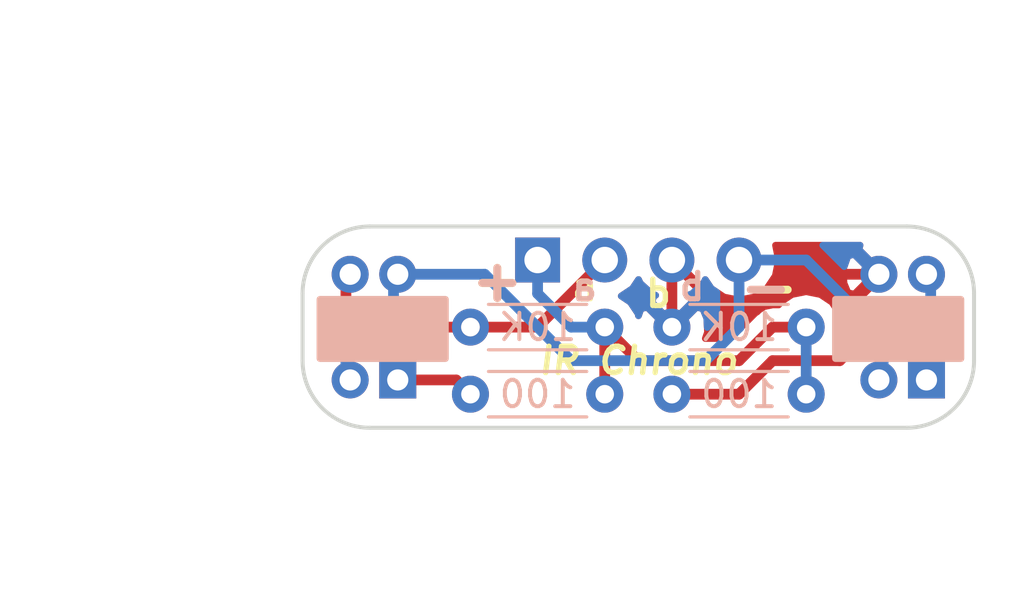
<source format=kicad_pcb>
(kicad_pcb (version 4) (host pcbnew 4.0.7)

  (general
    (links 14)
    (no_connects 0)
    (area 130.274287 94.8 168.275001 116.840001)
    (thickness 1.6)
    (drawings 20)
    (tracks 43)
    (zones 0)
    (modules 7)
    (nets 7)
  )

  (page A4)
  (layers
    (0 F.Cu signal)
    (31 B.Cu signal)
    (32 B.Adhes user)
    (33 F.Adhes user)
    (34 B.Paste user)
    (35 F.Paste user)
    (36 B.SilkS user)
    (37 F.SilkS user)
    (38 B.Mask user)
    (39 F.Mask user)
    (40 Dwgs.User user)
    (41 Cmts.User user)
    (42 Eco1.User user)
    (43 Eco2.User user)
    (44 Edge.Cuts user)
    (45 Margin user)
    (46 B.CrtYd user)
    (47 F.CrtYd user)
    (48 B.Fab user)
    (49 F.Fab user)
  )

  (setup
    (last_trace_width 0.25)
    (user_trace_width 0.4064)
    (trace_clearance 0.2)
    (zone_clearance 0.508)
    (zone_45_only no)
    (trace_min 0.2)
    (segment_width 0.2)
    (edge_width 0.15)
    (via_size 0.6)
    (via_drill 0.4)
    (via_min_size 0.4)
    (via_min_drill 0.3)
    (uvia_size 0.3)
    (uvia_drill 0.1)
    (uvias_allowed no)
    (uvia_min_size 0.2)
    (uvia_min_drill 0.1)
    (pcb_text_width 0.3)
    (pcb_text_size 1.5 1.5)
    (mod_edge_width 0.15)
    (mod_text_size 1 1)
    (mod_text_width 0.15)
    (pad_size 1.524 1.524)
    (pad_drill 0.762)
    (pad_to_mask_clearance 0)
    (aux_axis_origin 0 0)
    (visible_elements 7FFFFFFF)
    (pcbplotparams
      (layerselection 0x010f0_80000001)
      (usegerberextensions true)
      (excludeedgelayer true)
      (linewidth 0.100000)
      (plotframeref false)
      (viasonmask false)
      (mode 1)
      (useauxorigin false)
      (hpglpennumber 1)
      (hpglpenspeed 20)
      (hpglpendiameter 15)
      (hpglpenoverlay 2)
      (psnegative false)
      (psa4output false)
      (plotreference true)
      (plotvalue true)
      (plotinvisibletext false)
      (padsonsilk false)
      (subtractmaskfromsilk false)
      (outputformat 1)
      (mirror false)
      (drillshape 0)
      (scaleselection 1)
      (outputdirectory gerber/))
  )

  (net 0 "")
  (net 1 "Net-(J1-Pad1)")
  (net 2 "Net-(J1-Pad2)")
  (net 3 "Net-(J1-Pad3)")
  (net 4 "Net-(R2-Pad1)")
  (net 5 "Net-(R4-Pad1)")
  (net 6 "Net-(J1-Pad4)")

  (net_class Default "This is the default net class."
    (clearance 0.2)
    (trace_width 0.25)
    (via_dia 0.6)
    (via_drill 0.4)
    (uvia_dia 0.3)
    (uvia_drill 0.1)
    (add_net "Net-(J1-Pad1)")
    (add_net "Net-(J1-Pad2)")
    (add_net "Net-(J1-Pad3)")
    (add_net "Net-(J1-Pad4)")
    (add_net "Net-(R2-Pad1)")
    (add_net "Net-(R4-Pad1)")
  )

  (module Pin_Headers:Pin_Header_Straight_1x04_Pitch2.54mm (layer F.Cu) (tedit 5CAD188B) (tstamp 5CAD1536)
    (at 149.86 104.14 90)
    (descr "Through hole straight pin header, 1x04, 2.54mm pitch, single row")
    (tags "Through hole pin header THT 1x04 2.54mm single row")
    (path /5CAD16A2)
    (fp_text reference J1 (at 0 -2.33 90) (layer F.SilkS) hide
      (effects (font (size 1 1) (thickness 0.15)))
    )
    (fp_text value CONN_01X04 (at 0 9.95 90) (layer F.Fab)
      (effects (font (size 1 1) (thickness 0.15)))
    )
    (fp_line (start -1.8 -1.8) (end -1.8 9.4) (layer F.CrtYd) (width 0.05))
    (fp_line (start -1.8 9.4) (end 1.8 9.4) (layer F.CrtYd) (width 0.05))
    (fp_line (start 1.8 9.4) (end 1.8 -1.8) (layer F.CrtYd) (width 0.05))
    (fp_line (start 1.8 -1.8) (end -1.8 -1.8) (layer F.CrtYd) (width 0.05))
    (fp_text user %R (at 0 3.81 180) (layer F.Fab)
      (effects (font (size 1 1) (thickness 0.15)))
    )
    (pad 1 thru_hole rect (at 0 0 90) (size 1.7 1.7) (drill 1) (layers *.Cu *.Mask)
      (net 1 "Net-(J1-Pad1)"))
    (pad 2 thru_hole oval (at 0 2.54 90) (size 1.7 1.7) (drill 1) (layers *.Cu *.Mask)
      (net 2 "Net-(J1-Pad2)"))
    (pad 3 thru_hole oval (at 0 5.08 90) (size 1.7 1.7) (drill 1) (layers *.Cu *.Mask)
      (net 3 "Net-(J1-Pad3)"))
    (pad 4 thru_hole oval (at 0 7.62 90) (size 1.7 1.7) (drill 1) (layers *.Cu *.Mask)
      (net 6 "Net-(J1-Pad4)"))
    (model ${KISYS3DMOD}/Pin_Headers.3dshapes/Pin_Header_Straight_1x04_Pitch2.54mm.wrl
      (at (xyz 0 0 0))
      (scale (xyz 1 1 1))
      (rotate (xyz 0 0 0))
    )
  )

  (module Resistors_THT:R_Axial_DIN0204_L3.6mm_D1.6mm_P5.08mm_Horizontal (layer B.Cu) (tedit 5CAD166C) (tstamp 5CAD1719)
    (at 154.94 109.22)
    (descr "Resistor, Axial_DIN0204 series, Axial, Horizontal, pin pitch=5.08mm, 0.16666666666666666W = 1/6W, length*diameter=3.6*1.6mm^2, http://cdn-reichelt.de/documents/datenblatt/B400/1_4W%23YAG.pdf")
    (tags "Resistor Axial_DIN0204 series Axial Horizontal pin pitch 5.08mm 0.16666666666666666W = 1/6W length 3.6mm diameter 1.6mm")
    (path /5CAD1538)
    (fp_text reference R4 (at 2.794 -1.778) (layer B.Fab)
      (effects (font (size 1 1) (thickness 0.15)) (justify mirror))
    )
    (fp_text value 100 (at 2.54 0) (layer B.SilkS)
      (effects (font (size 1 1) (thickness 0.15)) (justify mirror))
    )
    (fp_line (start 0.74 0.8) (end 0.74 -0.8) (layer B.Fab) (width 0.1))
    (fp_line (start 0.74 -0.8) (end 4.34 -0.8) (layer B.Fab) (width 0.1))
    (fp_line (start 4.34 -0.8) (end 4.34 0.8) (layer B.Fab) (width 0.1))
    (fp_line (start 4.34 0.8) (end 0.74 0.8) (layer B.Fab) (width 0.1))
    (fp_line (start 0 0) (end 0.74 0) (layer B.Fab) (width 0.1))
    (fp_line (start 5.08 0) (end 4.34 0) (layer B.Fab) (width 0.1))
    (fp_line (start 0.68 0.86) (end 4.4 0.86) (layer B.SilkS) (width 0.12))
    (fp_line (start 0.68 -0.86) (end 4.4 -0.86) (layer B.SilkS) (width 0.12))
    (fp_line (start -0.95 1.15) (end -0.95 -1.15) (layer B.CrtYd) (width 0.05))
    (fp_line (start -0.95 -1.15) (end 6.05 -1.15) (layer B.CrtYd) (width 0.05))
    (fp_line (start 6.05 -1.15) (end 6.05 1.15) (layer B.CrtYd) (width 0.05))
    (fp_line (start 6.05 1.15) (end -0.95 1.15) (layer B.CrtYd) (width 0.05))
    (pad 1 thru_hole circle (at 0 0) (size 1.4 1.4) (drill 0.7) (layers *.Cu *.Mask)
      (net 5 "Net-(R4-Pad1)"))
    (pad 2 thru_hole oval (at 5.08 0) (size 1.4 1.4) (drill 0.7) (layers *.Cu *.Mask)
      (net 1 "Net-(J1-Pad1)"))
    (model ${KISYS3DMOD}/Resistors_THT.3dshapes/R_Axial_DIN0204_L3.6mm_D1.6mm_P5.08mm_Horizontal.wrl
      (at (xyz 0 0 0))
      (scale (xyz 0.393701 0.393701 0.393701))
      (rotate (xyz 0 0 0))
    )
  )

  (module Resistors_THT:R_Axial_DIN0204_L3.6mm_D1.6mm_P5.08mm_Horizontal (layer B.Cu) (tedit 5CAD1669) (tstamp 5CAD16F5)
    (at 154.94 106.68)
    (descr "Resistor, Axial_DIN0204 series, Axial, Horizontal, pin pitch=5.08mm, 0.16666666666666666W = 1/6W, length*diameter=3.6*1.6mm^2, http://cdn-reichelt.de/documents/datenblatt/B400/1_4W%23YAG.pdf")
    (tags "Resistor Axial_DIN0204 series Axial Horizontal pin pitch 5.08mm 0.16666666666666666W = 1/6W length 3.6mm diameter 1.6mm")
    (path /5CAD14F2)
    (fp_text reference R3 (at 2.54 -1.524) (layer B.Fab)
      (effects (font (size 1 1) (thickness 0.15)) (justify mirror))
    )
    (fp_text value 10K (at 2.54 0) (layer B.SilkS)
      (effects (font (size 1 1) (thickness 0.15)) (justify mirror))
    )
    (fp_line (start 0.74 0.8) (end 0.74 -0.8) (layer B.Fab) (width 0.1))
    (fp_line (start 0.74 -0.8) (end 4.34 -0.8) (layer B.Fab) (width 0.1))
    (fp_line (start 4.34 -0.8) (end 4.34 0.8) (layer B.Fab) (width 0.1))
    (fp_line (start 4.34 0.8) (end 0.74 0.8) (layer B.Fab) (width 0.1))
    (fp_line (start 0 0) (end 0.74 0) (layer B.Fab) (width 0.1))
    (fp_line (start 5.08 0) (end 4.34 0) (layer B.Fab) (width 0.1))
    (fp_line (start 0.68 0.86) (end 4.4 0.86) (layer B.SilkS) (width 0.12))
    (fp_line (start 0.68 -0.86) (end 4.4 -0.86) (layer B.SilkS) (width 0.12))
    (fp_line (start -0.95 1.15) (end -0.95 -1.15) (layer B.CrtYd) (width 0.05))
    (fp_line (start -0.95 -1.15) (end 6.05 -1.15) (layer B.CrtYd) (width 0.05))
    (fp_line (start 6.05 -1.15) (end 6.05 1.15) (layer B.CrtYd) (width 0.05))
    (fp_line (start 6.05 1.15) (end -0.95 1.15) (layer B.CrtYd) (width 0.05))
    (pad 1 thru_hole circle (at 0 0) (size 1.4 1.4) (drill 0.7) (layers *.Cu *.Mask)
      (net 3 "Net-(J1-Pad3)"))
    (pad 2 thru_hole oval (at 5.08 0) (size 1.4 1.4) (drill 0.7) (layers *.Cu *.Mask)
      (net 1 "Net-(J1-Pad1)"))
    (model ${KISYS3DMOD}/Resistors_THT.3dshapes/R_Axial_DIN0204_L3.6mm_D1.6mm_P5.08mm_Horizontal.wrl
      (at (xyz 0 0 0))
      (scale (xyz 0.393701 0.393701 0.393701))
      (rotate (xyz 0 0 0))
    )
  )

  (module QRE1113 (layer F.Cu) (tedit 5CA659D6) (tstamp 5CA653CE)
    (at 143.67 106.68 90)
    (descr "4-pin Resistor SIP pack")
    (tags R)
    (path /5CA659A1)
    (fp_text reference U1 (at 0 0 90) (layer F.SilkS)
      (effects (font (size 1 1) (thickness 0.15)))
    )
    (fp_text value QRE1113 (at 0 2.54 90) (layer F.Fab)
      (effects (font (size 1 1) (thickness 0.15)))
    )
    (fp_line (start 1 -1) (end 1 1) (layer F.SilkS) (width 0.2))
    (fp_line (start 1 1) (end -0.5 1) (layer F.SilkS) (width 0.2))
    (fp_line (start -0.5 1) (end -1 0.5) (layer F.SilkS) (width 0.2))
    (fp_line (start -1 0.5) (end -1 -1) (layer F.SilkS) (width 0.2))
    (fp_line (start -1 -1) (end 1 -1) (layer F.SilkS) (width 0.2))
    (pad 1 thru_hole rect (at -2 0.9 90) (size 1.4 1.4) (drill 0.8) (layers *.Cu *.Mask)
      (net 4 "Net-(R2-Pad1)"))
    (pad 2 thru_hole circle (at 2 0.9 90) (size 1.4 1.4) (drill 0.8) (layers *.Cu *.Mask)
      (net 6 "Net-(J1-Pad4)"))
    (pad 3 thru_hole circle (at 2 -0.9 90) (size 1.4 1.4) (drill 0.8) (layers *.Cu *.Mask)
      (net 2 "Net-(J1-Pad2)"))
    (pad 4 thru_hole circle (at -2 -0.9 90) (size 1.4 1.4) (drill 0.8) (layers *.Cu *.Mask)
      (net 6 "Net-(J1-Pad4)"))
    (model ${KISYS3DMOD}/Resistors_THT.3dshapes/R_Array_SIP4.wrl
      (at (xyz 0 0 0))
      (scale (xyz 0.39 0.39 0.39))
      (rotate (xyz 0 0 0))
    )
  )

  (module Resistors_THT:R_Axial_DIN0204_L3.6mm_D1.6mm_P5.08mm_Horizontal (layer B.Cu) (tedit 5CA65731) (tstamp 5CA653C6)
    (at 147.32 109.22)
    (descr "Resistor, Axial_DIN0204 series, Axial, Horizontal, pin pitch=5.08mm, 0.16666666666666666W = 1/6W, length*diameter=3.6*1.6mm^2, http://cdn-reichelt.de/documents/datenblatt/B400/1_4W%23YAG.pdf")
    (tags "Resistor Axial_DIN0204 series Axial Horizontal pin pitch 5.08mm 0.16666666666666666W = 1/6W length 3.6mm diameter 1.6mm")
    (path /5CA651C8)
    (fp_text reference R2 (at 2.794 -1.778) (layer B.Fab)
      (effects (font (size 1 1) (thickness 0.15)) (justify mirror))
    )
    (fp_text value 100 (at 2.54 0) (layer B.SilkS)
      (effects (font (size 1 1) (thickness 0.15)) (justify mirror))
    )
    (fp_line (start 0.74 0.8) (end 0.74 -0.8) (layer B.Fab) (width 0.1))
    (fp_line (start 0.74 -0.8) (end 4.34 -0.8) (layer B.Fab) (width 0.1))
    (fp_line (start 4.34 -0.8) (end 4.34 0.8) (layer B.Fab) (width 0.1))
    (fp_line (start 4.34 0.8) (end 0.74 0.8) (layer B.Fab) (width 0.1))
    (fp_line (start 0 0) (end 0.74 0) (layer B.Fab) (width 0.1))
    (fp_line (start 5.08 0) (end 4.34 0) (layer B.Fab) (width 0.1))
    (fp_line (start 0.68 0.86) (end 4.4 0.86) (layer B.SilkS) (width 0.12))
    (fp_line (start 0.68 -0.86) (end 4.4 -0.86) (layer B.SilkS) (width 0.12))
    (fp_line (start -0.95 1.15) (end -0.95 -1.15) (layer B.CrtYd) (width 0.05))
    (fp_line (start -0.95 -1.15) (end 6.05 -1.15) (layer B.CrtYd) (width 0.05))
    (fp_line (start 6.05 -1.15) (end 6.05 1.15) (layer B.CrtYd) (width 0.05))
    (fp_line (start 6.05 1.15) (end -0.95 1.15) (layer B.CrtYd) (width 0.05))
    (pad 1 thru_hole circle (at 0 0) (size 1.4 1.4) (drill 0.7) (layers *.Cu *.Mask)
      (net 4 "Net-(R2-Pad1)"))
    (pad 2 thru_hole oval (at 5.08 0) (size 1.4 1.4) (drill 0.7) (layers *.Cu *.Mask)
      (net 1 "Net-(J1-Pad1)"))
    (model ${KISYS3DMOD}/Resistors_THT.3dshapes/R_Axial_DIN0204_L3.6mm_D1.6mm_P5.08mm_Horizontal.wrl
      (at (xyz 0 0 0))
      (scale (xyz 0.393701 0.393701 0.393701))
      (rotate (xyz 0 0 0))
    )
  )

  (module Resistors_THT:R_Axial_DIN0204_L3.6mm_D1.6mm_P5.08mm_Horizontal (layer B.Cu) (tedit 5CA6573C) (tstamp 5CA653C0)
    (at 147.32 106.68)
    (descr "Resistor, Axial_DIN0204 series, Axial, Horizontal, pin pitch=5.08mm, 0.16666666666666666W = 1/6W, length*diameter=3.6*1.6mm^2, http://cdn-reichelt.de/documents/datenblatt/B400/1_4W%23YAG.pdf")
    (tags "Resistor Axial_DIN0204 series Axial Horizontal pin pitch 5.08mm 0.16666666666666666W = 1/6W length 3.6mm diameter 1.6mm")
    (path /5CA65241)
    (fp_text reference R1 (at 2.54 -1.524) (layer B.Fab)
      (effects (font (size 1 1) (thickness 0.15)) (justify mirror))
    )
    (fp_text value 10K (at 2.54 0) (layer B.SilkS)
      (effects (font (size 1 1) (thickness 0.15)) (justify mirror))
    )
    (fp_line (start 0.74 0.8) (end 0.74 -0.8) (layer B.Fab) (width 0.1))
    (fp_line (start 0.74 -0.8) (end 4.34 -0.8) (layer B.Fab) (width 0.1))
    (fp_line (start 4.34 -0.8) (end 4.34 0.8) (layer B.Fab) (width 0.1))
    (fp_line (start 4.34 0.8) (end 0.74 0.8) (layer B.Fab) (width 0.1))
    (fp_line (start 0 0) (end 0.74 0) (layer B.Fab) (width 0.1))
    (fp_line (start 5.08 0) (end 4.34 0) (layer B.Fab) (width 0.1))
    (fp_line (start 0.68 0.86) (end 4.4 0.86) (layer B.SilkS) (width 0.12))
    (fp_line (start 0.68 -0.86) (end 4.4 -0.86) (layer B.SilkS) (width 0.12))
    (fp_line (start -0.95 1.15) (end -0.95 -1.15) (layer B.CrtYd) (width 0.05))
    (fp_line (start -0.95 -1.15) (end 6.05 -1.15) (layer B.CrtYd) (width 0.05))
    (fp_line (start 6.05 -1.15) (end 6.05 1.15) (layer B.CrtYd) (width 0.05))
    (fp_line (start 6.05 1.15) (end -0.95 1.15) (layer B.CrtYd) (width 0.05))
    (pad 1 thru_hole circle (at 0 0) (size 1.4 1.4) (drill 0.7) (layers *.Cu *.Mask)
      (net 2 "Net-(J1-Pad2)"))
    (pad 2 thru_hole oval (at 5.08 0) (size 1.4 1.4) (drill 0.7) (layers *.Cu *.Mask)
      (net 1 "Net-(J1-Pad1)"))
    (model ${KISYS3DMOD}/Resistors_THT.3dshapes/R_Axial_DIN0204_L3.6mm_D1.6mm_P5.08mm_Horizontal.wrl
      (at (xyz 0 0 0))
      (scale (xyz 0.393701 0.393701 0.393701))
      (rotate (xyz 0 0 0))
    )
  )

  (module footprints:QRE1113 (layer F.Cu) (tedit 5CA659D6) (tstamp 5CAD160C)
    (at 163.67 106.68 90)
    (descr "4-pin Resistor SIP pack")
    (tags R)
    (path /5CAD14BA)
    (fp_text reference U2 (at 0 0 90) (layer F.SilkS)
      (effects (font (size 1 1) (thickness 0.15)))
    )
    (fp_text value QRE1113 (at 0 2.54 90) (layer F.Fab)
      (effects (font (size 1 1) (thickness 0.15)))
    )
    (fp_line (start 1 -1) (end 1 1) (layer F.SilkS) (width 0.2))
    (fp_line (start 1 1) (end -0.5 1) (layer F.SilkS) (width 0.2))
    (fp_line (start -0.5 1) (end -1 0.5) (layer F.SilkS) (width 0.2))
    (fp_line (start -1 0.5) (end -1 -1) (layer F.SilkS) (width 0.2))
    (fp_line (start -1 -1) (end 1 -1) (layer F.SilkS) (width 0.2))
    (pad 1 thru_hole rect (at -2 0.9 90) (size 1.4 1.4) (drill 0.8) (layers *.Cu *.Mask)
      (net 5 "Net-(R4-Pad1)"))
    (pad 2 thru_hole circle (at 2 0.9 90) (size 1.4 1.4) (drill 0.8) (layers *.Cu *.Mask)
      (net 6 "Net-(J1-Pad4)"))
    (pad 3 thru_hole circle (at 2 -0.9 90) (size 1.4 1.4) (drill 0.8) (layers *.Cu *.Mask)
      (net 3 "Net-(J1-Pad3)"))
    (pad 4 thru_hole circle (at -2 -0.9 90) (size 1.4 1.4) (drill 0.8) (layers *.Cu *.Mask)
      (net 6 "Net-(J1-Pad4)"))
    (model ${KISYS3DMOD}/Resistors_THT.3dshapes/R_Array_SIP4.wrl
      (at (xyz 0 0 0))
      (scale (xyz 0.39 0.39 0.39))
      (rotate (xyz 0 0 0))
    )
  )

  (gr_text - (at 158.75 105.156) (layer F.SilkS)
    (effects (font (size 1.5 1.5) (thickness 0.3)))
  )
  (gr_text b (at 154.432 105.41) (layer F.SilkS)
    (effects (font (size 1 1) (thickness 0.2)))
  )
  (gr_text a (at 151.638 105.156) (layer F.SilkS)
    (effects (font (size 1 1) (thickness 0.2)))
  )
  (gr_text + (at 148.336 104.902) (layer F.SilkS)
    (effects (font (size 1.5 1.5) (thickness 0.3)))
  )
  (gr_text "IR Chrono" (at 153.67 107.95) (layer F.SilkS)
    (effects (font (size 1 1) (thickness 0.2) italic))
  )
  (dimension 20 (width 0.3) (layer Dwgs.User)
    (gr_text "20.000 mm" (at 153.5 96.15) (layer Dwgs.User)
      (effects (font (size 1.5 1.5) (thickness 0.3)))
    )
    (feature1 (pts (xy 163.5 106.5) (xy 163.5 94.8)))
    (feature2 (pts (xy 143.5 106.5) (xy 143.5 94.8)))
    (crossbar (pts (xy 143.5 97.5) (xy 163.5 97.5)))
    (arrow1a (pts (xy 163.5 97.5) (xy 162.373496 98.086421)))
    (arrow1b (pts (xy 163.5 97.5) (xy 162.373496 96.913579)))
    (arrow2a (pts (xy 143.5 97.5) (xy 144.626504 98.086421)))
    (arrow2b (pts (xy 143.5 97.5) (xy 144.626504 96.913579)))
  )
  (gr_text b (at 155.702 105.156) (layer B.SilkS)
    (effects (font (size 1 1) (thickness 0.2)) (justify mirror))
  )
  (gr_line (start 140.97 105.41) (end 140.97 107.95) (angle 90) (layer Edge.Cuts) (width 0.15))
  (gr_line (start 166.37 105.41) (end 166.37 107.95) (angle 90) (layer Edge.Cuts) (width 0.15))
  (gr_line (start 143.51 102.87) (end 163.83 102.87) (angle 90) (layer Edge.Cuts) (width 0.15))
  (gr_line (start 143.51 110.49) (end 163.83 110.49) (angle 90) (layer Edge.Cuts) (width 0.15))
  (gr_circle (center 147.32 106.68) (end 147.32 106.426) (layer B.SilkS) (width 0.2))
  (gr_text - (at 158.496 105.156) (layer B.SilkS)
    (effects (font (size 1.5 1.5) (thickness 0.3)) (justify mirror))
  )
  (gr_text a (at 151.638 105.156) (layer B.SilkS)
    (effects (font (size 1 1) (thickness 0.2)) (justify mirror))
  )
  (gr_text + (at 148.336 104.902) (layer B.SilkS)
    (effects (font (size 1.5 1.5) (thickness 0.3)) (justify mirror))
  )
  (dimension 12.7 (width 0.3) (layer Dwgs.User)
    (gr_text "0.5000 in" (at 135.81 106.68 270) (layer Dwgs.User)
      (effects (font (size 1.5 1.5) (thickness 0.3)))
    )
    (feature1 (pts (xy 139.7 113.03) (xy 134.46 113.03)))
    (feature2 (pts (xy 139.7 100.33) (xy 134.46 100.33)))
    (crossbar (pts (xy 137.16 100.33) (xy 137.16 113.03)))
    (arrow1a (pts (xy 137.16 113.03) (xy 136.573579 111.903496)))
    (arrow1b (pts (xy 137.16 113.03) (xy 137.746421 111.903496)))
    (arrow2a (pts (xy 137.16 100.33) (xy 136.573579 101.456504)))
    (arrow2b (pts (xy 137.16 100.33) (xy 137.746421 101.456504)))
  )
  (gr_arc (start 143.51 105.41) (end 140.97 105.41) (angle 90) (layer Edge.Cuts) (width 0.15))
  (gr_arc (start 143.51 107.95) (end 143.51 110.49) (angle 90) (layer Edge.Cuts) (width 0.15))
  (gr_arc (start 163.83 107.95) (end 166.37 107.95) (angle 90) (layer Edge.Cuts) (width 0.15))
  (gr_arc (start 163.83 105.41) (end 163.83 102.87) (angle 90) (layer Edge.Cuts) (width 0.15))

  (segment (start 152.4 106.68) (end 153.67 107.95) (width 0.4064) (layer F.Cu) (net 1))
  (segment (start 158.75 106.68) (end 160.02 106.68) (width 0.4064) (layer F.Cu) (net 1) (tstamp 5CAD1858))
  (segment (start 157.48 107.95) (end 158.75 106.68) (width 0.4064) (layer F.Cu) (net 1) (tstamp 5CAD1857))
  (segment (start 156.21 107.95) (end 157.48 107.95) (width 0.4064) (layer F.Cu) (net 1) (tstamp 5CAD1856))
  (segment (start 153.67 107.95) (end 156.21 107.95) (width 0.4064) (layer F.Cu) (net 1) (tstamp 5CAD1855))
  (segment (start 152.4 106.68) (end 152.4 109.22) (width 0.4064) (layer F.Cu) (net 1))
  (segment (start 152.4 106.68) (end 151.13 106.68) (width 0.4064) (layer B.Cu) (net 1))
  (segment (start 149.86 105.41) (end 149.86 104.14) (width 0.4064) (layer B.Cu) (net 1) (tstamp 5CAD1825))
  (segment (start 151.13 106.68) (end 149.86 105.41) (width 0.4064) (layer B.Cu) (net 1) (tstamp 5CAD1824))
  (segment (start 160.02 106.68) (end 160.02 109.22) (width 0.4064) (layer B.Cu) (net 1))
  (segment (start 147.32 106.68) (end 149.86 106.68) (width 0.4064) (layer F.Cu) (net 2))
  (segment (start 149.86 106.68) (end 152.4 104.14) (width 0.4064) (layer F.Cu) (net 2) (tstamp 5CAD180D))
  (segment (start 142.61 104.68) (end 142.61 105.78) (width 0.4064) (layer F.Cu) (net 2))
  (segment (start 143.51 106.68) (end 147.32 106.68) (width 0.4064) (layer F.Cu) (net 2) (tstamp 5CAD180A))
  (segment (start 142.61 105.78) (end 143.51 106.68) (width 0.4064) (layer F.Cu) (net 2) (tstamp 5CAD1809))
  (segment (start 154.94 104.14) (end 154.94 106.68) (width 0.4064) (layer F.Cu) (net 3))
  (segment (start 154.94 104.14) (end 156.845 106.045) (width 0.4064) (layer F.Cu) (net 3))
  (segment (start 159.48 104.68) (end 162.93 104.68) (width 0.4064) (layer F.Cu) (net 3) (tstamp 5CAD1840))
  (segment (start 158.115 106.045) (end 159.48 104.68) (width 0.4064) (layer F.Cu) (net 3) (tstamp 5CAD183F))
  (segment (start 156.845 106.045) (end 158.115 106.045) (width 0.4064) (layer F.Cu) (net 3) (tstamp 5CAD183E))
  (segment (start 144.41 108.68) (end 146.78 108.68) (width 0.4064) (layer F.Cu) (net 4))
  (segment (start 146.78 108.68) (end 147.32 109.22) (width 0.4064) (layer F.Cu) (net 4) (tstamp 5CAD1811))
  (segment (start 154.94 109.22) (end 157.48 109.22) (width 0.4064) (layer F.Cu) (net 5))
  (segment (start 157.48 109.22) (end 158.75 107.95) (width 0.4064) (layer F.Cu) (net 5) (tstamp 5CAD1814))
  (segment (start 158.75 107.95) (end 161.29 107.95) (width 0.4064) (layer F.Cu) (net 5) (tstamp 5CAD1815))
  (segment (start 161.29 107.95) (end 162.56 106.68) (width 0.4064) (layer F.Cu) (net 5) (tstamp 5CAD1816))
  (segment (start 162.56 106.68) (end 163.83 106.68) (width 0.4064) (layer F.Cu) (net 5) (tstamp 5CAD1817))
  (segment (start 163.83 106.68) (end 164.73 107.58) (width 0.4064) (layer F.Cu) (net 5) (tstamp 5CAD1818))
  (segment (start 164.73 107.58) (end 164.73 108.68) (width 0.4064) (layer F.Cu) (net 5) (tstamp 5CAD1819))
  (segment (start 144.41 104.68) (end 147.86 104.68) (width 0.4064) (layer B.Cu) (net 6))
  (segment (start 157.48 106.68) (end 157.48 104.14) (width 0.4064) (layer B.Cu) (net 6) (tstamp 5CAD1864))
  (segment (start 156.21 107.95) (end 157.48 106.68) (width 0.4064) (layer B.Cu) (net 6) (tstamp 5CAD1863))
  (segment (start 151.13 107.95) (end 156.21 107.95) (width 0.4064) (layer B.Cu) (net 6) (tstamp 5CAD1861))
  (segment (start 147.86 104.68) (end 151.13 107.95) (width 0.4064) (layer B.Cu) (net 6) (tstamp 5CAD1860))
  (segment (start 142.61 108.68) (end 142.61 107.58) (width 0.4064) (layer B.Cu) (net 6))
  (segment (start 144.41 105.78) (end 144.41 104.68) (width 0.4064) (layer B.Cu) (net 6) (tstamp 5CAD1848))
  (segment (start 142.61 107.58) (end 144.41 105.78) (width 0.4064) (layer B.Cu) (net 6) (tstamp 5CAD1847))
  (segment (start 162.93 108.68) (end 162.93 107.05) (width 0.4064) (layer B.Cu) (net 6))
  (segment (start 162.93 107.05) (end 160.02 104.14) (width 0.4064) (layer B.Cu) (net 6) (tstamp 5CAD1838))
  (segment (start 160.02 104.14) (end 157.48 104.14) (width 0.4064) (layer B.Cu) (net 6) (tstamp 5CAD183A))
  (segment (start 164.73 104.68) (end 164.73 105.78) (width 0.4064) (layer B.Cu) (net 6))
  (segment (start 162.93 107.58) (end 162.93 108.68) (width 0.4064) (layer B.Cu) (net 6) (tstamp 5CAD181D))
  (segment (start 164.73 105.78) (end 162.93 107.58) (width 0.4064) (layer B.Cu) (net 6) (tstamp 5CAD181C))

  (zone (net 3) (net_name "Net-(J1-Pad3)") (layer B.Cu) (tstamp 5CA65C07) (hatch edge 0.508)
    (connect_pads (clearance 0.508))
    (min_thickness 0.254)
    (fill yes (arc_segments 16) (thermal_gap 0.508) (thermal_bridge_width 0.508))
    (polygon
      (pts
        (xy 167.005 116.84) (xy 139.7 116.84) (xy 139.7 99.06) (xy 167.005 99.06)
      )
    )
    (filled_polygon
      (pts
        (xy 156.429946 105.219147) (xy 156.6418 105.360703) (xy 156.6418 106.332806) (xy 156.277868 106.696738) (xy 156.258664 106.34256)
        (xy 156.111042 105.986169) (xy 155.875275 105.924331) (xy 155.119605 106.68) (xy 155.133748 106.694142) (xy 154.954143 106.873748)
        (xy 154.94 106.859605) (xy 154.925858 106.873748) (xy 154.746252 106.694142) (xy 154.760395 106.68) (xy 154.004725 105.924331)
        (xy 153.768958 105.986169) (xy 153.675783 106.25081) (xy 153.659533 106.169118) (xy 153.370142 105.736012) (xy 153.023325 105.504277)
        (xy 153.450054 105.219147) (xy 153.677702 104.878447) (xy 153.744817 105.021358) (xy 154.173076 105.411645) (xy 154.327095 105.475438)
        (xy 154.246169 105.508958) (xy 154.184331 105.744725) (xy 154.94 106.500395) (xy 155.695669 105.744725) (xy 155.633831 105.508958)
        (xy 155.546344 105.478155) (xy 155.706924 105.411645) (xy 156.135183 105.021358) (xy 156.202298 104.878447)
      )
    )
    (filled_polygon
      (pts
        (xy 162.014331 103.744725) (xy 162.77 104.500395) (xy 162.784142 104.486252) (xy 162.963748 104.665858) (xy 162.949605 104.68)
        (xy 162.963748 104.694143) (xy 162.784142 104.873748) (xy 162.77 104.859605) (xy 162.755858 104.873748) (xy 162.576252 104.694142)
        (xy 162.590395 104.68) (xy 161.834725 103.924331) (xy 161.598958 103.986169) (xy 161.456416 104.391022) (xy 160.645394 103.58)
        (xy 162.057536 103.58)
      )
    )
    (filled_polygon
      (pts
        (xy 155.067 104.013) (xy 155.087 104.013) (xy 155.087 104.267) (xy 155.067 104.267) (xy 155.067 104.287)
        (xy 154.813 104.287) (xy 154.813 104.267) (xy 154.793 104.267) (xy 154.793 104.013) (xy 154.813 104.013)
        (xy 154.813 103.993) (xy 155.067 103.993)
      )
    )
  )
  (zone (net 3) (net_name "Net-(J1-Pad3)") (layer F.Cu) (tstamp 5CA65C21) (hatch edge 0.508)
    (connect_pads (clearance 0.508))
    (min_thickness 0.254)
    (fill yes (arc_segments 16) (thermal_gap 0.508) (thermal_bridge_width 0.508))
    (polygon
      (pts
        (xy 168.275 114.3) (xy 139.7 114.3) (xy 139.7 99.06) (xy 168.275 99.06)
      )
    )
    (filled_polygon
      (pts
        (xy 162.014331 103.744725) (xy 162.77 104.500395) (xy 162.784142 104.486252) (xy 162.963748 104.665858) (xy 162.949605 104.68)
        (xy 162.963748 104.694143) (xy 162.784142 104.873748) (xy 162.77 104.859605) (xy 162.014331 105.615275) (xy 162.076169 105.851042)
        (xy 162.23644 105.907471) (xy 161.967303 106.087303) (xy 161.380068 106.674538) (xy 161.279533 106.169118) (xy 160.990142 105.736012)
        (xy 160.557036 105.446621) (xy 160.046154 105.345) (xy 159.993846 105.345) (xy 159.482964 105.446621) (xy 159.049858 105.736012)
        (xy 158.979173 105.8418) (xy 158.75 105.8418) (xy 158.429234 105.905604) (xy 158.157303 106.087303) (xy 157.132806 107.1118)
        (xy 156.203299 107.1118) (xy 156.287419 106.872878) (xy 156.258664 106.34256) (xy 156.111042 105.986169) (xy 155.875275 105.924331)
        (xy 155.119605 106.68) (xy 155.133748 106.694142) (xy 154.954143 106.873748) (xy 154.94 106.859605) (xy 154.925858 106.873748)
        (xy 154.746252 106.694142) (xy 154.760395 106.68) (xy 154.004725 105.924331) (xy 153.768958 105.986169) (xy 153.675783 106.25081)
        (xy 153.659533 106.169118) (xy 153.370142 105.736012) (xy 153.023325 105.504277) (xy 153.450054 105.219147) (xy 153.677702 104.878447)
        (xy 153.744817 105.021358) (xy 154.173076 105.411645) (xy 154.327095 105.475438) (xy 154.246169 105.508958) (xy 154.184331 105.744725)
        (xy 154.94 106.500395) (xy 155.695669 105.744725) (xy 155.633831 105.508958) (xy 155.546344 105.478155) (xy 155.706924 105.411645)
        (xy 156.135183 105.021358) (xy 156.202298 104.878447) (xy 156.429946 105.219147) (xy 156.911715 105.541054) (xy 157.48 105.654093)
        (xy 158.048285 105.541054) (xy 158.530054 105.219147) (xy 158.851961 104.737378) (xy 158.90174 104.487122) (xy 161.422581 104.487122)
        (xy 161.451336 105.01744) (xy 161.598958 105.373831) (xy 161.834725 105.435669) (xy 162.590395 104.68) (xy 161.834725 103.924331)
        (xy 161.598958 103.986169) (xy 161.422581 104.487122) (xy 158.90174 104.487122) (xy 158.965 104.169093) (xy 158.965 104.110907)
        (xy 158.859396 103.58) (xy 162.057536 103.58)
      )
    )
    (filled_polygon
      (pts
        (xy 155.067 104.013) (xy 155.087 104.013) (xy 155.087 104.267) (xy 155.067 104.267) (xy 155.067 104.287)
        (xy 154.813 104.287) (xy 154.813 104.267) (xy 154.793 104.267) (xy 154.793 104.013) (xy 154.813 104.013)
        (xy 154.813 103.993) (xy 155.067 103.993)
      )
    )
  )
  (zone (net 0) (net_name "") (layer B.SilkS) (tstamp 5CAD1AE3) (hatch edge 0.508)
    (connect_pads (clearance 0.508))
    (min_thickness 0.254)
    (fill yes (arc_segments 16) (thermal_gap 0.508) (thermal_bridge_width 0.508))
    (polygon
      (pts
        (xy 146.5 108) (xy 141.5 108) (xy 141.5 105.5) (xy 146.5 105.5)
      )
    )
    (filled_polygon
      (pts
        (xy 146.373 107.873) (xy 141.627 107.873) (xy 141.627 105.627) (xy 146.373 105.627)
      )
    )
  )
  (zone (net 0) (net_name "") (layer B.SilkS) (tstamp 5CAD1B11) (hatch edge 0.508)
    (connect_pads (clearance 0.508))
    (min_thickness 0.254)
    (fill yes (arc_segments 16) (thermal_gap 0.508) (thermal_bridge_width 0.508))
    (polygon
      (pts
        (xy 166 108) (xy 161 108) (xy 161 105.5) (xy 166 105.5)
      )
    )
    (filled_polygon
      (pts
        (xy 165.873 107.873) (xy 161.127 107.873) (xy 161.127 105.627) (xy 165.873 105.627)
      )
    )
  )
)

</source>
